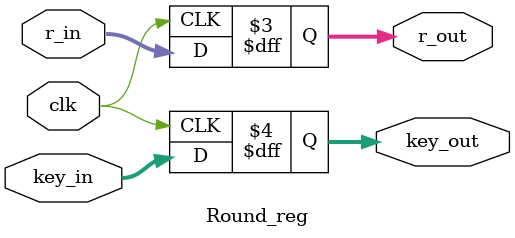
<source format=v>
`timescale 1ns / 1ps
module Round_reg(clk,r_in,r_out,key_in,key_out
    );

input clk;
input [127:0]r_in;
input [127:0]key_in;
output reg [127:0]r_out;
output reg [127:0]key_out;

always @(posedge clk)
begin
	if(clk==1)
	begin
		r_out=r_in;
		key_out=key_in;
	end
	else
	begin
		r_out=0;
		key_out=0;
	end
end
endmodule

</source>
